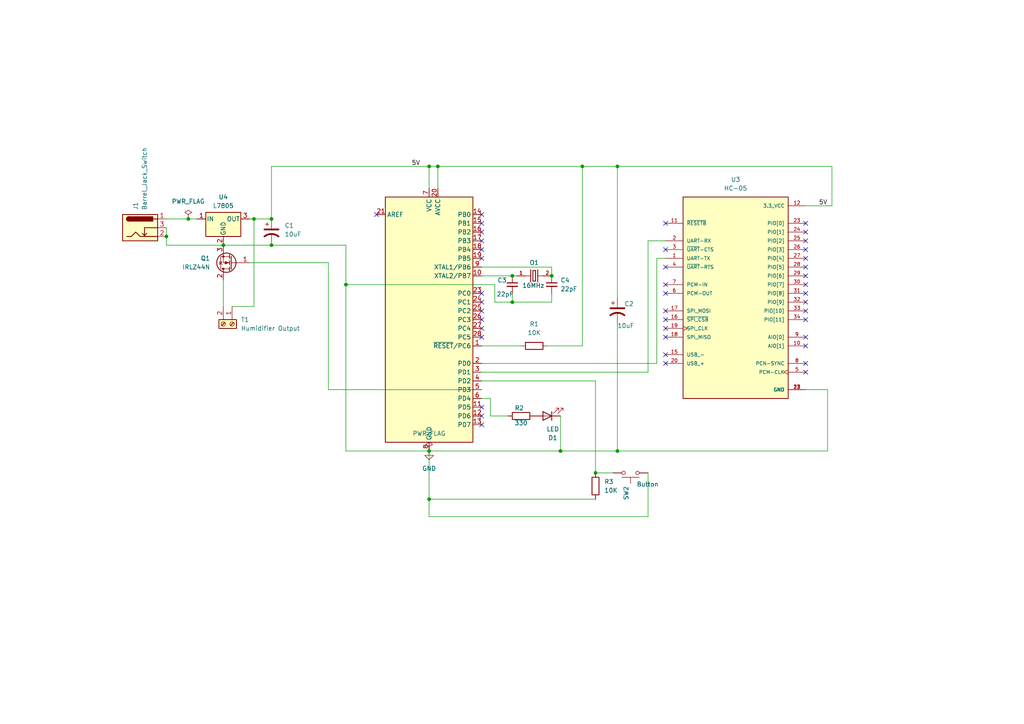
<source format=kicad_sch>
(kicad_sch (version 20250114) (generator "eeschema") (generator_version "9.0")
  (paper "A4")
  (title_block (title "Ultrasonic Humidifier") (date "2025-05-24") (comment 1 "Drawn by - Anuj Dangi"))
  (lib_symbols
    (symbol "16MHz crystal oscillator:ECS-160-20-4-DN" (pin_names (offset 1.016))
      (property "Reference" "Y" (at -4.5769 2.2885 0))
      (property "Value" "ECS-160-20-4-DN" (at -4.323 -4.5773 0))
      (symbol "ECS-160-20-4-DN_0_0"
        (polyline (pts (xy -2.54 0) (xy -1.016 0)) (stroke (width 0.1524)))
        (polyline (pts (xy -1.016 1.778) (xy -1.016 -1.778)) (stroke (width 0.254)))
        (polyline (pts (xy -0.381 1.524) (xy -0.381 -1.524)) (stroke (width 0.254)))
        (polyline (pts (xy -0.381 -1.524) (xy 0.381 -1.524)) (stroke (width 0.254)))
        (polyline (pts (xy 0.381 1.524) (xy -0.381 1.524)) (stroke (width 0.254)))
        (polyline (pts (xy 0.381 -1.524) (xy 0.381 1.524)) (stroke (width 0.254)))
        (polyline (pts (xy 1.016 1.778) (xy 1.016 -1.778)) (stroke (width 0.254)))
        (polyline (pts (xy 1.016 0) (xy 2.54 0)) (stroke (width 0.1524)))
        (pin passive line (at -5.08 0 0) (length 2.54) (name "~") (number "1"))
        (pin passive line (at 5.08 0 180) (length 2.54) (name "~") (number "2"))
      )
    )
    (symbol "Connector:Barrel_Jack_Switch" (pin_names (hide yes))
      (property "Reference" "J" (at 0 5.334 0))
      (property "Value" "Barrel_Jack_Switch" (at 0 -5.08 0))
      (symbol "Barrel_Jack_Switch_0_1"
        (rectangle (start -5.08 3.81) (end 5.08 -3.81) (stroke (width 0.254)) (fill (type background)))
        (polyline (pts (xy -3.81 -2.54) (xy -2.54 -2.54) (xy -1.27 -1.27) (xy 0 -2.54) (xy 2.54 -2.54) (xy 5.08 -2.54)) (stroke (width 0.254)))
        (arc (start -3.302 1.905) (mid -3.9343 2.54) (end -3.302 3.175) (stroke (width 0.254)))
        (arc (start -3.302 1.905) (mid -3.9343 2.54) (end -3.302 3.175) (stroke (width 0.254)) (fill (type outline)))
        (polyline (pts (xy 1.27 -2.286) (xy 1.905 -1.651)) (stroke (width 0.254)))
        (rectangle (start 3.683 3.175) (end -3.302 1.905) (stroke (width 0.254)) (fill (type outline)))
        (polyline (pts (xy 5.08 2.54) (xy 3.81 2.54)) (stroke (width 0.254)))
        (polyline (pts (xy 5.08 0) (xy 1.27 0) (xy 1.27 -2.286) (xy 0.635 -1.651)) (stroke (width 0.254)))
      )
      (symbol "Barrel_Jack_Switch_1_1"
        (pin passive line (at 7.62 2.54 180) (length 2.54) (name "~") (number "1"))
        (pin passive line (at 7.62 0 180) (length 2.54) (name "~") (number "3"))
        (pin passive line (at 7.62 -2.54 180) (length 2.54) (name "~") (number "2"))
      )
    )
    (symbol "Connector:Screw_Terminal_01x02" (pin_names (offset 1.016) (hide yes))
      (property "Reference" "J" (at 0 2.54 0))
      (property "Value" "Screw_Terminal_01x02" (at 0 -5.08 0))
      (symbol "Screw_Terminal_01x02_1_1"
        (rectangle (start -1.27 1.27) (end 1.27 -3.81) (stroke (width 0.254)) (fill (type background)))
        (polyline (pts (xy -0.5334 0.3302) (xy 0.3302 -0.508)) (stroke (width 0.1524)))
        (polyline (pts (xy -0.5334 -2.2098) (xy 0.3302 -3.048)) (stroke (width 0.1524)))
        (polyline (pts (xy -0.3556 0.508) (xy 0.508 -0.3302)) (stroke (width 0.1524)))
        (polyline (pts (xy -0.3556 -2.032) (xy 0.508 -2.8702)) (stroke (width 0.1524)))
        (circle (center 0 0) (radius 0.635) (stroke (width 0.1524)))
        (circle (center 0 -2.54) (radius 0.635) (stroke (width 0.1524)))
        (pin passive line (at -5.08 0 0) (length 3.81) (name "Pin_1") (number "1"))
        (pin passive line (at -5.08 -2.54 0) (length 3.81) (name "Pin_2") (number "2"))
      )
    )
    (symbol "Device:C_Polarized_US" (pin_numbers (hide yes)) (pin_names (offset 0.254) (hide yes))
      (property "Reference" "C" (at 0.635 2.54 0))
      (property "Value" "C_Polarized_US" (at 0.635 -2.54 0))
      (symbol "C_Polarized_US_0_1"
        (polyline (pts (xy -2.032 0.762) (xy 2.032 0.762)) (stroke (width 0.508)))
        (polyline (pts (xy -1.778 2.286) (xy -0.762 2.286)))
        (polyline (pts (xy -1.27 1.778) (xy -1.27 2.794)))
        (arc (start -2.032 -1.27) (mid 0 -0.5572) (end 2.032 -1.27) (stroke (width 0.508)))
      )
      (symbol "C_Polarized_US_1_1"
        (pin passive line (at 0 3.81 270) (length 2.794) (name "~") (number "1"))
        (pin passive line (at 0 -3.81 90) (length 3.302) (name "~") (number "2"))
      )
    )
    (symbol "Device:C_Small" (pin_numbers (hide yes)) (pin_names (offset 0.254) (hide yes))
      (property "Reference" "C" (at 0.254 1.778 0))
      (property "Value" "C_Small" (at 0.254 -2.032 0))
      (symbol "C_Small_0_1"
        (polyline (pts (xy -1.524 0.508) (xy 1.524 0.508)) (stroke (width 0.3048)))
        (polyline (pts (xy -1.524 -0.508) (xy 1.524 -0.508)) (stroke (width 0.3302)))
      )
      (symbol "C_Small_1_1"
        (pin passive line (at 0 2.54 270) (length 2.032) (name "~") (number "1"))
        (pin passive line (at 0 -2.54 90) (length 2.032) (name "~") (number "2"))
      )
    )
    (symbol "Device:LED" (pin_numbers (hide yes)) (pin_names (offset 1.016) (hide yes))
      (property "Reference" "D" (at 0 2.54 0))
      (property "Value" "LED" (at 0 -2.54 0))
      (symbol "LED_0_1"
        (polyline (pts (xy -3.048 -0.762) (xy -4.572 -2.286) (xy -3.81 -2.286) (xy -4.572 -2.286) (xy -4.572 -1.524)))
        (polyline (pts (xy -1.778 -0.762) (xy -3.302 -2.286) (xy -2.54 -2.286) (xy -3.302 -2.286) (xy -3.302 -1.524)))
        (polyline (pts (xy -1.27 0) (xy 1.27 0)))
        (polyline (pts (xy -1.27 -1.27) (xy -1.27 1.27)) (stroke (width 0.254)))
        (polyline (pts (xy 1.27 -1.27) (xy 1.27 1.27) (xy -1.27 0) (xy 1.27 -1.27)) (stroke (width 0.254)))
      )
      (symbol "LED_1_1"
        (pin passive line (at -3.81 0 0) (length 2.54) (name "K") (number "1"))
        (pin passive line (at 3.81 0 180) (length 2.54) (name "A") (number "2"))
      )
    )
    (symbol "Device:R" (pin_numbers (hide yes)) (pin_names (offset 0))
      (property "Reference" "R" (at 2.032 0 90))
      (property "Value" "R" (at 0 0 90))
      (symbol "R_0_1"
        (rectangle (start -1.016 -2.54) (end 1.016 2.54) (stroke (width 0.254)))
      )
      (symbol "R_1_1"
        (pin passive line (at 0 3.81 270) (length 1.27) (name "~") (number "1"))
        (pin passive line (at 0 -3.81 90) (length 1.27) (name "~") (number "2"))
      )
    )
    (symbol "HC-05:HC-05" (pin_names (offset 1.016))
      (property "Reference" "U" (at -15.24 31.115 0))
      (property "Value" "HC-05" (at -15.24 -30.48 0))
      (symbol "HC-05_0_0"
        (rectangle (start -15.24 -27.94) (end 15.24 30.48) (stroke (width 0.254)) (fill (type background)))
        (pin input line (at -20.32 22.86 0) (length 5.08) (name "~{RESETB}") (number "11"))
        (pin input line (at -20.32 17.78 0) (length 5.08) (name "UART-RX") (number "2"))
        (pin input line (at -20.32 15.24 0) (length 5.08) (name "~{UART}-CTS") (number "3"))
        (pin output line (at -20.32 12.7 0) (length 5.08) (name "UART-TX") (number "1"))
        (pin output line (at -20.32 10.16 0) (length 5.08) (name "~{UART}-RTS") (number "4"))
        (pin input line (at -20.32 5.08 0) (length 5.08) (name "PCM-IN") (number "7"))
        (pin output line (at -20.32 2.54 0) (length 5.08) (name "PCM-OUT") (number "6"))
        (pin input line (at -20.32 -2.54 0) (length 5.08) (name "SPI_MOSI") (number "17"))
        (pin input line (at -20.32 -5.08 0) (length 5.08) (name "~{SPI_CSB}") (number "16"))
        (pin input clock (at -20.32 -7.62 0) (length 5.08) (name "SPI_CLK") (number "19"))
        (pin output line (at -20.32 -10.16 0) (length 5.08) (name "SPI_MISO") (number "18"))
        (pin bidirectional line (at -20.32 -15.24 0) (length 5.08) (name "USB_-") (number "15"))
        (pin bidirectional line (at -20.32 -17.78 0) (length 5.08) (name "USB_+") (number "20"))
        (pin power_in line (at 20.32 27.94 180) (length 5.08) (name "3.3_VCC") (number "12"))
        (pin bidirectional line (at 20.32 22.86 180) (length 5.08) (name "PIO[0]") (number "23"))
        (pin bidirectional line (at 20.32 20.32 180) (length 5.08) (name "PIO[1]") (number "24"))
        (pin bidirectional line (at 20.32 17.78 180) (length 5.08) (name "PIO[2]") (number "25"))
        (pin bidirectional line (at 20.32 15.24 180) (length 5.08) (name "PIO[3]") (number "26"))
        (pin bidirectional line (at 20.32 12.7 180) (length 5.08) (name "PIO[4]") (number "27"))
        (pin bidirectional line (at 20.32 10.16 180) (length 5.08) (name "PIO[5]") (number "28"))
        (pin bidirectional line (at 20.32 7.62 180) (length 5.08) (name "PIO[6]") (number "29"))
        (pin bidirectional line (at 20.32 5.08 180) (length 5.08) (name "PIO[7]") (number "30"))
        (pin bidirectional line (at 20.32 2.54 180) (length 5.08) (name "PIO[8]") (number "31"))
        (pin bidirectional line (at 20.32 0 180) (length 5.08) (name "PIO[9]") (number "32"))
        (pin bidirectional line (at 20.32 -2.54 180) (length 5.08) (name "PIO[10]") (number "33"))
        (pin bidirectional line (at 20.32 -5.08 180) (length 5.08) (name "PIO[11]") (number "34"))
        (pin bidirectional line (at 20.32 -10.16 180) (length 5.08) (name "AIO[0]") (number "9"))
        (pin bidirectional line (at 20.32 -12.7 180) (length 5.08) (name "AIO[1]") (number "10"))
        (pin bidirectional line (at 20.32 -17.78 180) (length 5.08) (name "PCN-SYNC") (number "8"))
        (pin bidirectional clock (at 20.32 -20.32 180) (length 5.08) (name "PCM-CLK") (number "5"))
        (pin power_in line (at 20.32 -25.4 180) (length 5.08) (name "GND") (number "13"))
        (pin power_in line (at 20.32 -25.4 180) (length 5.08) (name "GND") (number "21"))
        (pin power_in line (at 20.32 -25.4 180) (length 5.08) (name "GND") (number "22"))
      )
    )
    (symbol "MCU_Microchip_ATmega:ATmega328-P"
      (property "Reference" "U" (at -12.7 36.83 0))
      (property "Value" "ATmega328-P" (at 2.54 -36.83 0))
      (symbol "ATmega328-P_0_1"
        (rectangle (start -12.7 -35.56) (end 12.7 35.56) (stroke (width 0.254)) (fill (type background)))
      )
      (symbol "ATmega328-P_1_1"
        (pin passive line (at -15.24 30.48 0) (length 2.54) (name "AREF") (number "21"))
        (pin power_in line (at 0 38.1 270) (length 2.54) (name "VCC") (number "7"))
        (pin passive line (at 0 -38.1 90) (length 2.54) (hide yes) (name "GND") (number "22"))
        (pin power_in line (at 0 -38.1 90) (length 2.54) (name "GND") (number "8"))
        (pin power_in line (at 2.54 38.1 270) (length 2.54) (name "AVCC") (number "20"))
        (pin bidirectional line (at 15.24 30.48 180) (length 2.54) (name "PB0") (number "14"))
        (pin bidirectional line (at 15.24 27.94 180) (length 2.54) (name "PB1") (number "15"))
        (pin bidirectional line (at 15.24 25.4 180) (length 2.54) (name "PB2") (number "16"))
        (pin bidirectional line (at 15.24 22.86 180) (length 2.54) (name "PB3") (number "17"))
        (pin bidirectional line (at 15.24 20.32 180) (length 2.54) (name "PB4") (number "18"))
        (pin bidirectional line (at 15.24 17.78 180) (length 2.54) (name "PB5") (number "19"))
        (pin bidirectional line (at 15.24 15.24 180) (length 2.54) (name "XTAL1/PB6") (number "9"))
        (pin bidirectional line (at 15.24 12.7 180) (length 2.54) (name "XTAL2/PB7") (number "10"))
        (pin bidirectional line (at 15.24 7.62 180) (length 2.54) (name "PC0") (number "23"))
        (pin bidirectional line (at 15.24 5.08 180) (length 2.54) (name "PC1") (number "24"))
        (pin bidirectional line (at 15.24 2.54 180) (length 2.54) (name "PC2") (number "25"))
        (pin bidirectional line (at 15.24 0 180) (length 2.54) (name "PC3") (number "26"))
        (pin bidirectional line (at 15.24 -2.54 180) (length 2.54) (name "PC4") (number "27"))
        (pin bidirectional line (at 15.24 -5.08 180) (length 2.54) (name "PC5") (number "28"))
        (pin bidirectional line (at 15.24 -7.62 180) (length 2.54) (name "~{RESET}/PC6") (number "1"))
        (pin bidirectional line (at 15.24 -12.7 180) (length 2.54) (name "PD0") (number "2"))
        (pin bidirectional line (at 15.24 -15.24 180) (length 2.54) (name "PD1") (number "3"))
        (pin bidirectional line (at 15.24 -17.78 180) (length 2.54) (name "PD2") (number "4"))
        (pin bidirectional line (at 15.24 -20.32 180) (length 2.54) (name "PD3") (number "5"))
        (pin bidirectional line (at 15.24 -22.86 180) (length 2.54) (name "PD4") (number "6"))
        (pin bidirectional line (at 15.24 -25.4 180) (length 2.54) (name "PD5") (number "11"))
        (pin bidirectional line (at 15.24 -27.94 180) (length 2.54) (name "PD6") (number "12"))
        (pin bidirectional line (at 15.24 -30.48 180) (length 2.54) (name "PD7") (number "13"))
      )
    )
    (symbol "Regulator_Linear:L7805" (pin_names (offset 0.254))
      (property "Reference" "U" (at -3.81 3.175 0))
      (property "Value" "L7805" (at 0 3.175 0))
      (symbol "L7805_0_1"
        (rectangle (start -5.08 1.905) (end 5.08 -5.08) (stroke (width 0.254)) (fill (type background)))
      )
      (symbol "L7805_1_1"
        (pin power_in line (at -7.62 0 0) (length 2.54) (name "IN") (number "1"))
        (pin power_in line (at 0 -7.62 90) (length 2.54) (name "GND") (number "2"))
        (pin power_out line (at 7.62 0 180) (length 2.54) (name "OUT") (number "3"))
      )
    )
    (symbol "Switch:SW_Push" (pin_numbers (hide yes)) (pin_names (offset 1.016) (hide yes))
      (property "Reference" "SW" (at 1.27 2.54 0))
      (property "Value" "SW_Push" (at 0 -1.524 0))
      (symbol "SW_Push_0_1"
        (circle (center -2.032 0) (radius 0.508))
        (polyline (pts (xy 0 1.27) (xy 0 3.048)))
        (circle (center 2.032 0) (radius 0.508))
        (polyline (pts (xy 2.54 1.27) (xy -2.54 1.27)))
        (pin passive line (at -5.08 0 0) (length 2.54) (name "1") (number "1"))
        (pin passive line (at 5.08 0 180) (length 2.54) (name "2") (number "2"))
      )
    )
    (symbol "Transistor_FET:IRLZ44N" (pin_names (hide yes))
      (property "Reference" "Q" (at 5.08 1.905 0))
      (property "Value" "IRLZ44N" (at 5.08 0 0))
      (symbol "IRLZ44N_0_1"
        (polyline (pts (xy 0.254 1.905) (xy 0.254 -1.905)) (stroke (width 0.254)))
        (polyline (pts (xy 0.254 0) (xy -2.54 0)))
        (polyline (pts (xy 0.762 2.286) (xy 0.762 1.27)) (stroke (width 0.254)))
        (polyline (pts (xy 0.762 0.508) (xy 0.762 -0.508)) (stroke (width 0.254)))
        (polyline (pts (xy 0.762 -1.27) (xy 0.762 -2.286)) (stroke (width 0.254)))
        (polyline (pts (xy 0.762 -1.778) (xy 3.302 -1.778) (xy 3.302 1.778) (xy 0.762 1.778)))
        (polyline (pts (xy 1.016 0) (xy 2.032 0.381) (xy 2.032 -0.381) (xy 1.016 0)) (fill (type outline)))
        (circle (center 1.651 0) (radius 2.794) (stroke (width 0.254)))
        (polyline (pts (xy 2.54 2.54) (xy 2.54 1.778)))
        (circle (center 2.54 1.778) (radius 0.254) (fill (type outline)))
        (circle (center 2.54 -1.778) (radius 0.254) (fill (type outline)))
        (polyline (pts (xy 2.54 -2.54) (xy 2.54 0) (xy 0.762 0)))
        (polyline (pts (xy 2.794 0.508) (xy 2.921 0.381) (xy 3.683 0.381) (xy 3.81 0.254)))
        (polyline (pts (xy 3.302 0.381) (xy 2.921 -0.254) (xy 3.683 -0.254) (xy 3.302 0.381)))
      )
      (symbol "IRLZ44N_1_1"
        (pin input line (at -5.08 0 0) (length 2.54) (name "G") (number "1"))
        (pin passive line (at 2.54 5.08 270) (length 2.54) (name "D") (number "2"))
        (pin passive line (at 2.54 -5.08 90) (length 2.54) (name "S") (number "3"))
      )
    )
    (symbol "power:GND" (power) (pin_numbers (hide yes)) (pin_names (offset 0) (hide yes))
      (property "Value" "GND" (at 0 -3.81 0))
      (symbol "GND_0_1"
        (polyline (pts (xy 0 0) (xy 0 -1.27) (xy 1.27 -1.27) (xy 0 -2.54) (xy -1.27 -1.27) (xy 0 -1.27)))
      )
      (symbol "GND_1_1"
        (pin power_in line (at 0 0 270) (length 0) (name "~") (number "1"))
      )
    )
    (symbol "power:PWR_FLAG" (power) (pin_numbers (hide yes)) (pin_names (offset 0) (hide yes))
      (property "Value" "PWR_FLAG" (at 0 3.81 0))
      (symbol "PWR_FLAG_0_0"
        (pin power_out line (at 0 0 90) (length 0) (name "~") (number "1"))
      )
      (symbol "PWR_FLAG_0_1"
        (polyline (pts (xy 0 0) (xy 0 1.27) (xy -1.016 1.905) (xy 0 2.54) (xy 1.016 1.905) (xy 0 1.27)))
      )
    )
  )
  (junction (at 78.74 71.12))
  (junction (at 148.59 87.63))
  (junction (at 54.61 63.5))
  (junction (at 100.33 82.55))
  (junction (at 172.72 137.16))
  (junction (at 179.07 48.26))
  (junction (at 64.77 71.12))
  (junction (at 162.56 130.81))
  (junction (at 148.59 80.01))
  (junction (at 48.26 68.58))
  (junction (at 127 48.26))
  (junction (at 179.07 130.81))
  (junction (at 124.46 144.78))
  (junction (at 124.46 130.81))
  (junction (at 160.02 80.01))
  (junction (at 78.74 63.5))
  (junction (at 124.46 48.26))
  (junction (at 73.66 63.5))
  (junction (at 168.91 48.26))
  (no_connect (at 139.7 62.23))
  (no_connect (at 233.68 90.17))
  (no_connect (at 193.04 92.71))
  (no_connect (at 233.68 69.85))
  (no_connect (at 233.68 72.39))
  (no_connect (at 139.7 118.11))
  (no_connect (at 233.68 77.47))
  (no_connect (at 109.22 62.23))
  (no_connect (at 139.7 123.19))
  (no_connect (at 233.68 105.41))
  (no_connect (at 139.7 85.09))
  (no_connect (at 193.04 64.77))
  (no_connect (at 193.04 105.41))
  (no_connect (at 139.7 120.65))
  (no_connect (at 233.68 107.95))
  (no_connect (at 193.04 95.25))
  (no_connect (at 233.68 85.09))
  (no_connect (at 139.7 69.85))
  (no_connect (at 193.04 85.09))
  (no_connect (at 193.04 97.79))
  (no_connect (at 193.04 102.87))
  (no_connect (at 233.68 97.79))
  (no_connect (at 193.04 82.55))
  (no_connect (at 139.7 74.93))
  (no_connect (at 139.7 87.63))
  (no_connect (at 139.7 67.31))
  (no_connect (at 233.68 92.71))
  (no_connect (at 233.68 82.55))
  (no_connect (at 233.68 80.01))
  (no_connect (at 139.7 95.25))
  (no_connect (at 139.7 72.39))
  (no_connect (at 233.68 100.33))
  (no_connect (at 139.7 64.77))
  (no_connect (at 233.68 67.31))
  (no_connect (at 139.7 90.17))
  (no_connect (at 193.04 77.47))
  (no_connect (at 193.04 72.39))
  (no_connect (at 233.68 64.77))
  (no_connect (at 139.7 92.71))
  (no_connect (at 139.7 97.79))
  (no_connect (at 193.04 90.17))
  (no_connect (at 233.68 87.63))
  (no_connect (at 233.68 74.93))
  (wire (pts (xy 72.39 76.2) (xy 95.25 76.2)))
  (wire (pts (xy 193.04 69.85) (xy 187.96 69.85)))
  (wire (pts (xy 241.3 59.69) (xy 241.3 48.26)))
  (wire (pts (xy 187.96 107.95) (xy 139.7 107.95)))
  (wire (pts (xy 124.46 48.26) (xy 124.46 54.61)))
  (wire (pts (xy 233.68 113.03) (xy 240.03 113.03)))
  (wire (pts (xy 142.24 115.57) (xy 142.24 120.65)))
  (wire (pts (xy 78.74 48.26) (xy 124.46 48.26)))
  (wire (pts (xy 172.72 144.78) (xy 124.46 144.78)))
  (wire (pts (xy 162.56 120.65) (xy 162.56 130.81)))
  (wire (pts (xy 48.26 68.58) (xy 48.26 71.12)))
  (wire (pts (xy 240.03 130.81) (xy 179.07 130.81)))
  (wire (pts (xy 95.25 113.03) (xy 139.7 113.03)))
  (wire (pts (xy 100.33 130.81) (xy 100.33 82.55)))
  (wire (pts (xy 179.07 93.98) (xy 179.07 130.81)))
  (wire (pts (xy 148.59 80.01) (xy 139.7 80.01)))
  (wire (pts (xy 148.59 87.63) (xy 160.02 87.63)))
  (wire (pts (xy 148.59 87.63) (xy 148.59 85.09)))
  (wire (pts (xy 48.26 66.04) (xy 48.26 68.58)))
  (wire (pts (xy 124.46 149.86) (xy 124.46 144.78)))
  (wire (pts (xy 78.74 71.12) (xy 100.33 71.12)))
  (wire (pts (xy 179.07 86.36) (xy 179.07 48.26)))
  (wire (pts (xy 158.75 100.33) (xy 168.91 100.33)))
  (wire (pts (xy 177.8 137.16) (xy 172.72 137.16)))
  (wire (pts (xy 143.51 87.63) (xy 148.59 87.63)))
  (wire (pts (xy 172.72 110.49) (xy 139.7 110.49)))
  (wire (pts (xy 127 48.26) (xy 168.91 48.26)))
  (wire (pts (xy 149.86 80.01) (xy 148.59 80.01)))
  (wire (pts (xy 142.24 120.65) (xy 147.32 120.65)))
  (wire (pts (xy 54.61 63.5) (xy 57.15 63.5)))
  (wire (pts (xy 139.7 115.57) (xy 142.24 115.57)))
  (wire (pts (xy 124.46 48.26) (xy 127 48.26)))
  (wire (pts (xy 187.96 137.16) (xy 187.96 149.86)))
  (wire (pts (xy 72.39 63.5) (xy 73.66 63.5)))
  (wire (pts (xy 73.66 88.9) (xy 73.66 63.5)))
  (wire (pts (xy 67.31 88.9) (xy 73.66 88.9)))
  (wire (pts (xy 190.5 74.93) (xy 190.5 105.41)))
  (wire (pts (xy 162.56 130.81) (xy 179.07 130.81)))
  (wire (pts (xy 187.96 149.86) (xy 124.46 149.86)))
  (wire (pts (xy 168.91 100.33) (xy 168.91 48.26)))
  (wire (pts (xy 64.77 71.12) (xy 78.74 71.12)))
  (wire (pts (xy 95.25 76.2) (xy 95.25 113.03)))
  (wire (pts (xy 48.26 63.5) (xy 54.61 63.5)))
  (wire (pts (xy 233.68 59.69) (xy 241.3 59.69)))
  (wire (pts (xy 241.3 48.26) (xy 179.07 48.26)))
  (wire (pts (xy 127 48.26) (xy 127 54.61)))
  (wire (pts (xy 160.02 80.01) (xy 160.02 77.47)))
  (wire (pts (xy 73.66 63.5) (xy 78.74 63.5)))
  (wire (pts (xy 64.77 81.28) (xy 64.77 88.9)))
  (wire (pts (xy 124.46 144.78) (xy 124.46 130.81)))
  (wire (pts (xy 190.5 105.41) (xy 139.7 105.41)))
  (wire (pts (xy 100.33 130.81) (xy 124.46 130.81)))
  (wire (pts (xy 124.46 130.81) (xy 162.56 130.81)))
  (wire (pts (xy 48.26 71.12) (xy 64.77 71.12)))
  (wire (pts (xy 240.03 113.03) (xy 240.03 130.81)))
  (wire (pts (xy 160.02 77.47) (xy 139.7 77.47)))
  (wire (pts (xy 179.07 48.26) (xy 168.91 48.26)))
  (wire (pts (xy 160.02 87.63) (xy 160.02 85.09)))
  (wire (pts (xy 143.51 87.63) (xy 143.51 82.55)))
  (wire (pts (xy 78.74 48.26) (xy 78.74 63.5)))
  (wire (pts (xy 193.04 74.93) (xy 190.5 74.93)))
  (wire (pts (xy 143.51 82.55) (xy 100.33 82.55)))
  (wire (pts (xy 100.33 82.55) (xy 100.33 71.12)))
  (wire (pts (xy 139.7 100.33) (xy 151.13 100.33)))
  (wire (pts (xy 187.96 69.85) (xy 187.96 107.95)))
  (wire (pts (xy 172.72 137.16) (xy 172.72 110.49)))
  (label "5V" (at 237.49 59.69 0))
  (label "5V" (at 119.38 48.26 0))
  (symbol (lib_id "Switch:SW_Push") (at 182.88 137.16 0) (mirror x) (unit 1)
    (property "Reference" "SW2" (at 181.6099 140.97 90) (effects (justify left)))
    (property "Value" "Button" (at 184.658 140.462 0) (effects (justify left)))
    (property "Footprint" "Button_Switch_THT:SW_PUSH_6mm" (effects (hide yes)))
    (property "Description" "Push button switch, generic, two pins" (effects (hide yes)))
  )
  (symbol (lib_id "Device:C_Polarized_US") (at 78.74 67.31 0) (unit 1)
    (property "Reference" "C1" (at 82.55 65.4049 0) (effects (justify left)))
    (property "Value" "10uF" (at 82.55 67.9449 0) (effects (justify left)))
    (property "Footprint" "Capacitor_THT:CP_Radial_D10.0mm_P7.50mm" (effects (hide yes)))
    (property "Description" "Polarized capacitor, US symbol" (effects (hide yes)))
  )
  (symbol (lib_id "Device:R") (at 172.72 140.97 0) (unit 1)
    (property "Reference" "R3" (at 175.26 139.6999 0) (effects (justify left)))
    (property "Value" "10K" (at 175.26 142.2399 0) (effects (justify left)))
    (property "Footprint" "Resistor_THT:R_Axial_DIN0207_L6.3mm_D2.5mm_P7.62mm_Horizontal" (effects (hide yes)))
    (property "Description" "Resistor" (effects (hide yes)))
  )
  (symbol (lib_id "MCU_Microchip_ATmega:ATmega328-P") (at 124.46 92.71 0) (unit 1)
    (property "Reference" "U1" (effects (hide yes)))
    (property "Value" "ATmega328-P" (effects (hide yes)))
    (property "Footprint" "Package_DIP:DIP-28_W7.62mm" (effects (hide yes)))
    (property "Datasheet" "http://ww1.microchip.com/downloads/en/DeviceDoc/ATmega328_P%20AVR%20MCU%20with%20picoPower%20Technology%20Data%20Sheet%2040001984A.pdf" (effects (hide yes)))
    (property "Description" "20MHz, 32kB Flash, 2kB SRAM, 1kB EEPROM, DIP-28" (effects (hide yes)))
  )
  (symbol (lib_id "Connector:Barrel_Jack_Switch") (at 40.64 66.04 0) (unit 1)
    (property "Reference" "J1" (at 39.3699 60.96 90) (effects (justify left)))
    (property "Value" "Barrel_Jack_Switch" (at 41.9099 60.96 90) (effects (justify left)))
    (property "Footprint" "Connector_BarrelJack:BarrelJack_Horizontal" (effects (hide yes)))
    (property "Description" "DC Barrel Jack with an internal switch" (effects (hide yes)))
  )
  (symbol (lib_id "power:PWR_FLAG") (at 124.46 130.81 0) (unit 1)
    (property "Reference" "#FLG02" (effects (hide yes)))
    (property "Value" "PWR_FLAG" (at 124.46 125.73 0))
    (property "Description" "Special symbol for telling ERC where power comes from" (effects (hide yes)))
  )
  (symbol (lib_id "Device:C_Polarized_US") (at 179.07 90.17 0) (unit 1)
    (property "Reference" "C2" (at 181.102 88.138 0) (effects (justify left)))
    (property "Value" "10uF" (at 179.07 94.488 0) (effects (justify left)))
    (property "Footprint" "Capacitor_THT:CP_Radial_D10.0mm_P7.50mm" (effects (hide yes)))
    (property "Description" "Polarized capacitor, US symbol" (effects (hide yes)))
  )
  (symbol (lib_id "Transistor_FET:IRLZ44N") (at 67.31 76.2 180) (unit 1)
    (property "Reference" "Q1" (at 60.96 74.9299 0) (effects (justify left)))
    (property "Value" "IRLZ44N" (at 60.96 77.4699 0) (effects (justify left)))
    (property "Footprint" "Package_TO_SOT_THT:TO-220-3_Vertical" (effects (hide yes)))
    (property "Datasheet" "http://www.irf.com/product-info/datasheets/data/irlz44n.pdf" (effects (hide yes)))
    (property "Description" "47A Id, 55V Vds, 22mOhm Rds Single N-Channel HEXFET Power MOSFET, TO-220AB" (effects (hide yes)))
  )
  (symbol (lib_id "power:PWR_FLAG") (at 54.61 63.5 0) (unit 1)
    (property "Reference" "#FLG01" (effects (hide yes)))
    (property "Value" "PWR_FLAG" (at 54.61 58.42 0))
    (property "Description" "Special symbol for telling ERC where power comes from" (effects (hide yes)))
  )
  (symbol (lib_id "16MHz crystal oscillator:ECS-160-20-4-DN") (at 154.94 80.01 0) (unit 1)
    (property "Reference" "O1" (at 154.94 76.2 0))
    (property "Value" "16MHz" (at 154.686 82.804 0))
    (property "Footprint" "16MHz crystal oscillator:XTAL_ECS-160-20-4-DN" (effects (hide yes)))
    (property "MF" "ECS" (effects (hide yes)))
    (property "Description_1" "Crystal 16MHz ±30ppm (Tol) ±100ppm (Stability) 20pF FUND 40Ohm 2-Pin HC-49/US SMD" (effects (hide yes)))
    (property "Package" "HC49/US ECS International" (effects (hide yes)))
    (property "Price" "None" (effects (hide yes)))
    (property "SnapEDA_Link" "https://www.snapeda.com/parts/ECS-160-20-4-DN/ECS/view-part/?ref=snap" (effects (hide yes)))
    (property "MP" "ECS-160-20-4-DN" (effects (hide yes)))
    (property "Availability" "In Stock" (effects (hide yes)))
    (property "Check_prices" "https://www.snapeda.com/parts/ECS-160-20-4-DN/ECS/view-part/?ref=eda" (effects (hide yes)))
  )
  (symbol (lib_id "Connector:Screw_Terminal_01x02") (at 67.31 93.98 270) (unit 1)
    (property "Reference" "T1" (at 69.85 92.7099 90) (effects (justify left)))
    (property "Value" "Humidifier Output" (at 69.85 95.2499 90) (effects (justify left)))
    (property "Footprint" "TerminalBlock:TerminalBlock_bornier-2_P5.08mm" (effects (hide yes)))
    (property "Description" "Generic screw terminal, single row, 01x02, script generated (kicad-library-utils/schlib/autogen/connector/)" (effects (hide yes)))
  )
  (symbol (lib_id "Device:R") (at 154.94 100.33 270) (unit 1)
    (property "Reference" "R1" (at 154.94 93.98 90))
    (property "Value" "10K" (at 154.94 96.52 90))
    (property "Footprint" "Resistor_THT:R_Axial_DIN0207_L6.3mm_D2.5mm_P7.62mm_Horizontal" (effects (hide yes)))
    (property "Description" "Resistor" (effects (hide yes)))
  )
  (symbol (lib_id "Device:R") (at 151.13 120.65 270) (unit 1)
    (property "Reference" "R2" (at 150.622 118.364 90))
    (property "Value" "330" (at 151.13 122.682 90))
    (property "Footprint" "Resistor_THT:R_Axial_DIN0207_L6.3mm_D2.5mm_P7.62mm_Horizontal" (effects (hide yes)))
    (property "Description" "Resistor" (effects (hide yes)))
  )
  (symbol (lib_id "Device:C_Small") (at 160.02 82.55 0) (unit 1)
    (property "Reference" "C4" (at 162.56 81.2862 0) (effects (justify left)))
    (property "Value" "22pF" (at 162.56 83.8262 0) (effects (justify left)))
    (property "Footprint" "Capacitor_THT:C_Disc_D11.0mm_W5.0mm_P5.00mm" (effects (hide yes)))
    (property "Description" "Unpolarized capacitor, small symbol" (effects (hide yes)))
  )
  (symbol (lib_id "Device:C_Small") (at 148.59 82.55 0) (unit 1)
    (property "Reference" "C3" (at 144.272 81.28 0) (effects (justify left)))
    (property "Value" "22pF" (at 144.018 85.344 0) (effects (justify left)))
    (property "Footprint" "Capacitor_THT:C_Disc_D11.0mm_W5.0mm_P5.00mm" (effects (hide yes)))
    (property "Description" "Unpolarized capacitor, small symbol" (effects (hide yes)))
  )
  (symbol (lib_id "Device:LED") (at 158.75 120.65 180) (unit 1)
    (property "Reference" "D1" (at 160.3375 127 0))
    (property "Value" "LED" (at 160.3375 124.46 0))
    (property "Footprint" "LED_THT:LED_D3.0mm" (effects (hide yes)))
    (property "Description" "Light emitting diode" (effects (hide yes)))
    (property "Sim.Pins" "1=K 2=A" (effects (hide yes)))
  )
  (symbol (lib_id "Regulator_Linear:L7805") (at 64.77 63.5 0) (unit 1)
    (property "Reference" "U4" (at 64.77 57.15 0))
    (property "Value" "L7805" (at 64.77 59.69 0))
    (property "Footprint" "L7805:TO255P1020X450X2000-3" (effects (hide yes)))
    (property "Datasheet" "http://www.st.com/content/ccc/resource/technical/document/datasheet/41/4f/b3/b0/12/d4/47/88/CD00000444.pdf/files/CD00000444.pdf/jcr:content/translations/en.CD00000444.pdf" (effects (hide yes)))
    (property "Description" "Positive 1.5A 35V Linear Regulator, Fixed Output 5V, TO-220/TO-263/TO-252" (effects (hide yes)))
  )
  (symbol (lib_id "HC-05:HC-05") (at 213.36 87.63 0) (unit 1)
    (property "Reference" "U3" (at 213.36 52.07 0))
    (property "Value" "HC-05" (at 213.36 54.61 0))
    (property "Footprint" "HC-05:XCVR_HC-05" (effects (hide yes)))
    (property "MF" "ITead Studio" (effects (hide yes)))
    (property "Description_1" "Bluetooth to Serial Port Module" (effects (hide yes)))
    (property "Package" "Module ITead Studio" (effects (hide yes)))
    (property "Price" "None" (effects (hide yes)))
    (property "STANDARD" "Manufacturer Recommendations" (effects (hide yes)))
    (property "PARTREV" "v1.0" (effects (hide yes)))
    (property "SnapEDA_Link" "https://www.snapeda.com/parts/HC-05/ITEAD/view-part/?ref=snap" (effects (hide yes)))
    (property "MP" "HC-05" (effects (hide yes)))
    (property "Availability" "Not in stock" (effects (hide yes)))
    (property "Check_prices" "https://www.snapeda.com/parts/HC-05/ITEAD/view-part/?ref=eda" (effects (hide yes)))
  )
  (symbol (lib_id "power:GND") (at 124.46 130.81 0) (unit 1)
    (property "Reference" "#PWR01" (effects (hide yes)))
    (property "Value" "GND" (at 124.46 135.89 0))
    (property "Description" "Power symbol creates a global label with name \"GND\" , ground" (effects (hide yes)))
  )
)
</source>
